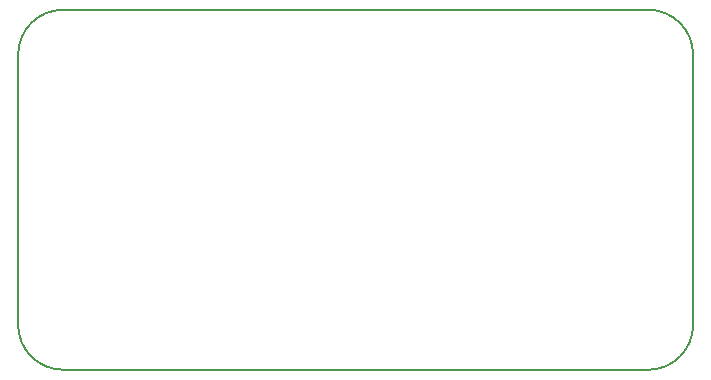
<source format=gbr>
G04 #@! TF.GenerationSoftware,KiCad,Pcbnew,5.0.2-bee76a0~70~ubuntu18.04.1*
G04 #@! TF.CreationDate,2019-08-18T09:54:40+02:00*
G04 #@! TF.ProjectId,595display,35393564-6973-4706-9c61-792e6b696361,rev?*
G04 #@! TF.SameCoordinates,PX5e78920PY37b6b20*
G04 #@! TF.FileFunction,Profile,NP*
%FSLAX46Y46*%
G04 Gerber Fmt 4.6, Leading zero omitted, Abs format (unit mm)*
G04 Created by KiCad (PCBNEW 5.0.2-bee76a0~70~ubuntu18.04.1) date zo 18 aug 2019 09:54:40 CEST*
%MOMM*%
%LPD*%
G01*
G04 APERTURE LIST*
%ADD10C,0.150000*%
%ADD11C,0.200000*%
G04 APERTURE END LIST*
D10*
X0Y26670000D02*
X0Y3810000D01*
X53340000Y30480000D02*
X3810000Y30480000D01*
X57150000Y3810000D02*
X57150000Y26670000D01*
X3810000Y0D02*
X53340000Y0D01*
D11*
X57150000Y3810000D02*
G75*
G02X53340000Y0I-3810000J0D01*
G01*
X3810000Y0D02*
G75*
G02X0Y3810000I0J3810000D01*
G01*
X0Y26670000D02*
G75*
G02X3810000Y30480000I3810000J0D01*
G01*
X53340000Y30480000D02*
G75*
G02X57150000Y26670000I0J-3810000D01*
G01*
M02*

</source>
